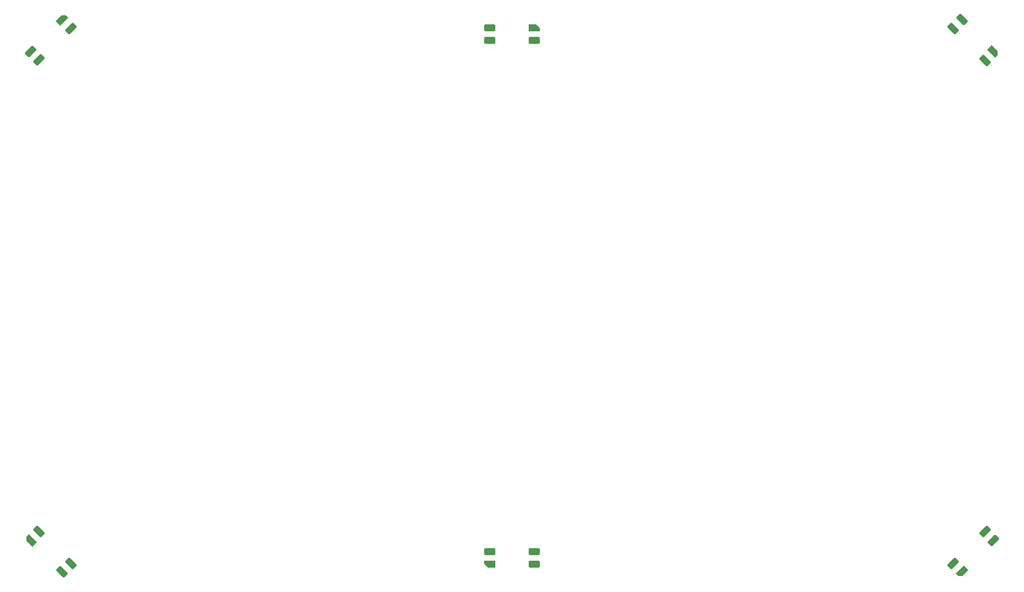
<source format=gtp>
%TF.GenerationSoftware,KiCad,Pcbnew,(7.0.0)*%
%TF.CreationDate,2023-03-23T02:06:17-06:00*%
%TF.ProjectId,PicoLX,5069636f-4c58-42e6-9b69-6361645f7063,rev?*%
%TF.SameCoordinates,Original*%
%TF.FileFunction,Paste,Top*%
%TF.FilePolarity,Positive*%
%FSLAX46Y46*%
G04 Gerber Fmt 4.6, Leading zero omitted, Abs format (unit mm)*
G04 Created by KiCad (PCBNEW (7.0.0)) date 2023-03-23 02:06:17*
%MOMM*%
%LPD*%
G01*
G04 APERTURE LIST*
G04 Aperture macros list*
%AMRoundRect*
0 Rectangle with rounded corners*
0 $1 Rounding radius*
0 $2 $3 $4 $5 $6 $7 $8 $9 X,Y pos of 4 corners*
0 Add a 4 corners polygon primitive as box body*
4,1,4,$2,$3,$4,$5,$6,$7,$8,$9,$2,$3,0*
0 Add four circle primitives for the rounded corners*
1,1,$1+$1,$2,$3*
1,1,$1+$1,$4,$5*
1,1,$1+$1,$6,$7*
1,1,$1+$1,$8,$9*
0 Add four rect primitives between the rounded corners*
20,1,$1+$1,$2,$3,$4,$5,0*
20,1,$1+$1,$4,$5,$6,$7,0*
20,1,$1+$1,$6,$7,$8,$9,0*
20,1,$1+$1,$8,$9,$2,$3,0*%
%AMFreePoly0*
4,1,18,-0.410000,0.265000,0.000000,0.675000,0.328000,0.675000,0.359380,0.668758,0.385983,0.650983,0.403758,0.624380,0.410000,0.593000,0.410000,-0.593000,0.403758,-0.624380,0.385983,-0.650983,0.359380,-0.668758,0.328000,-0.675000,-0.328000,-0.675000,-0.359380,-0.668758,-0.385983,-0.650983,-0.403758,-0.624380,-0.410000,-0.593000,-0.410000,0.265000,-0.410000,0.265000,$1*%
G04 Aperture macros list end*
%ADD10FreePoly0,315.000000*%
%ADD11RoundRect,0.082000X-0.651245X-0.187383X-0.187383X-0.651245X0.651245X0.187383X0.187383X0.651245X0*%
%ADD12FreePoly0,225.000000*%
%ADD13RoundRect,0.082000X-0.187383X0.651245X-0.651245X0.187383X0.187383X-0.651245X0.651245X-0.187383X0*%
%ADD14FreePoly0,135.000000*%
%ADD15RoundRect,0.082000X0.651245X0.187383X0.187383X0.651245X-0.651245X-0.187383X-0.187383X-0.651245X0*%
%ADD16RoundRect,0.082000X0.593000X-0.328000X0.593000X0.328000X-0.593000X0.328000X-0.593000X-0.328000X0*%
%ADD17FreePoly0,90.000000*%
%ADD18RoundRect,0.082000X0.187383X-0.651245X0.651245X-0.187383X-0.187383X0.651245X-0.651245X0.187383X0*%
%ADD19FreePoly0,45.000000*%
%ADD20FreePoly0,270.000000*%
%ADD21RoundRect,0.082000X-0.593000X0.328000X-0.593000X-0.328000X0.593000X-0.328000X0.593000X0.328000X0*%
G04 APERTURE END LIST*
D10*
%TO.C,LED2*%
X104589339Y-62689339D03*
D11*
X105650000Y-63750000D03*
X100735608Y-66543072D03*
X101796268Y-67603732D03*
%TD*%
D12*
%TO.C,LED6*%
X217957195Y-66571535D03*
D13*
X216896536Y-67632196D03*
X214103464Y-62717804D03*
X213042804Y-63778464D03*
%TD*%
D14*
%TO.C,LED5*%
X214103463Y-129907195D03*
D15*
X213042804Y-128846536D03*
X217957196Y-126053464D03*
X216896536Y-124992804D03*
%TD*%
D16*
%TO.C,LED4*%
X162050000Y-127450000D03*
X162050000Y-128950000D03*
X156600000Y-127450000D03*
D17*
X156599999Y-128949999D03*
%TD*%
D18*
%TO.C,LED3*%
X105657196Y-128846536D03*
X104596536Y-129907196D03*
X101803464Y-124992804D03*
D19*
X100742803Y-126053463D03*
%TD*%
D20*
%TO.C,LED1*%
X162099999Y-63699999D03*
D21*
X162100000Y-65200000D03*
X156650000Y-63700000D03*
X156650000Y-65200000D03*
%TD*%
M02*

</source>
